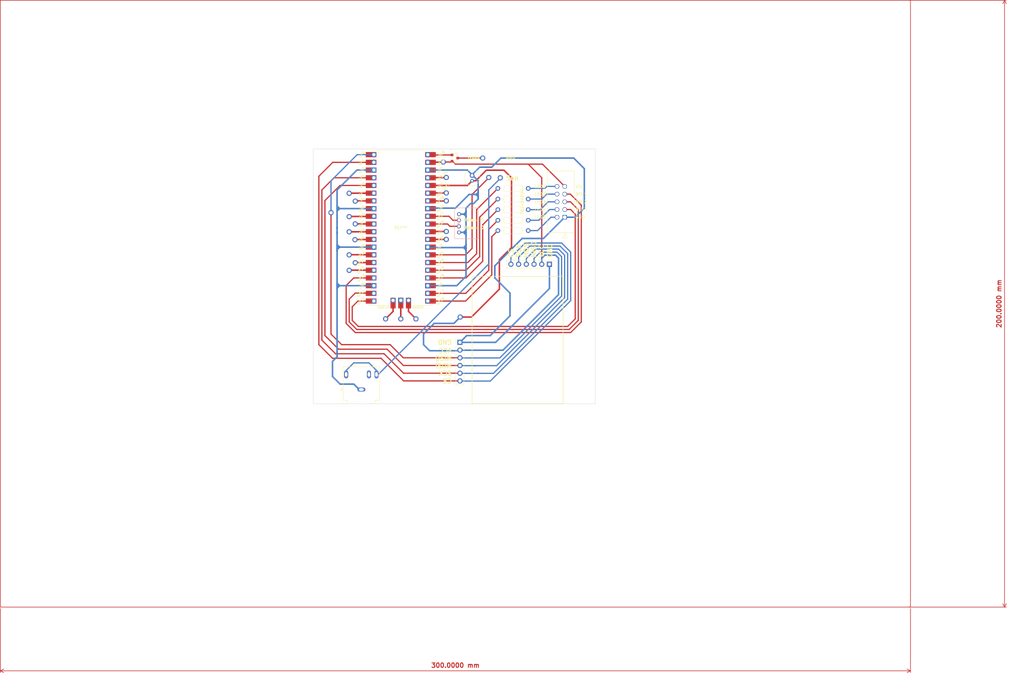
<source format=kicad_pcb>
(kicad_pcb (version 20240108) (generator "pcbnew") (generator_version "8.0")
  (layers (0 "F.Cu" signal) (31 "B.Cu" signal) (34 "B.Paste" user) (35 "F.Paste" user) (36 "B.SilkS" user "B.Silkscreen") (37 "F.SilkS" user "F.Silkscreen") (38 "B.Mask" user) (39 "F.Mask" user) (44 "Edge.Cuts" user))
  (net 0 "")
  (net 1 "GND")
  (net 2 "3V3")
  (net 3 "VCC")
  (footprint "" (layer "F.Cu") (at 315 163.6)
    (property "Reference" "")
    (property "Value" "")
  )
  (footprint "" (layer "F.Cu") (at 361 158.4)
    (property "Reference" "")
    (property "Value" "")
  )
  (footprint "Connector_PinHeader_2.54mm:PinHeader_1x06_P2.54mm_Vertical" (layer "F.Cu") (at 351.5 212.75)
    (property "Reference" "REF**" (hide yes))
    (property "Value" "PinHeader_1x06_P2.54mm_Vertical")
  )
  (footprint "MCU_RaspberryPi_and_Boards:Res" (layer "F.Cu") (at 370 172)
    (property "Reference" "REF**" (hide yes))
    (property "Value" "Res" (hide yes))
  )
  (footprint "" (layer "F.Cu") (at 315 183.9)
    (property "Reference" "")
    (property "Value" "")
  )
  (footprint "" (layer "F.Cu") (at 316.9 178.9)
    (property "Reference" "")
    (property "Value" "")
  )
  (footprint "Library_Perso:pad 1mm" (layer "F.Cu") (at 347 178.8)
    (property "Reference" "REF**" (hide yes))
    (property "Value" "pad 1mm" (hide yes))
  )
  (footprint "" (layer "F.Cu") (at 315 171.3)
    (property "Reference" "")
    (property "Value" "")
  )
  (footprint "" (layer "F.Cu") (at 337 205)
    (property "Reference" "")
    (property "Value" "")
  )
  (footprint "" (layer "F.Cu") (at 374 154)
    (property "Reference" "")
    (property "Value" "")
  )
  (footprint "" (layer "F.Cu") (at 309 170)
    (property "Reference" "")
    (property "Value" "")
  )
  (footprint "" (layer "F.Cu") (at 315 189)
    (property "Reference" "")
    (property "Value" "")
  )
  (footprint "" (layer "F.Cu") (at 347 166.1)
    (property "Reference" "")
    (property "Value" "")
  )
  (footprint "" (layer "F.Cu") (at 317 166.2)
    (property "Reference" "")
    (property "Value" "")
  )
  (footprint "Connector_PinHeader_2.54mm:PinHeader_1x06_P2.54mm_Vertical" (layer "F.Cu") (at 381 187 -90)
    (property "Reference" "REF**" (hide yes))
    (property "Value" "PinHeader_1x06_P2.54mm_Vertical")
  )
  (footprint "" (layer "F.Cu") (at 327 205)
    (property "Reference" "")
    (property "Value" "")
  )
  (footprint "Capacitor_THT:C_Radial_D5.0mm_H5.0mm_P2.00mm" (layer "F.Cu") (at 355.5 159.5 90)
    (property "Reference" "REF**" (hide yes))
    (property "Value" "C_Radial_D5.0mm_H5.0mm_P2.00mm")
  )
  (footprint "" (layer "F.Cu") (at 359 152)
    (property "Reference" "")
    (property "Value" "")
  )
  (footprint "" (layer "F.Cu") (at 332 205)
    (property "Reference" "")
    (property "Value" "")
  )
  (footprint "" (layer "F.Cu") (at 351.6 204.4)
    (property "Reference" "")
    (property "Value" "")
  )
  (footprint "MCU_RaspberryPi_and_Boards:Res" (layer "F.Cu") (at 370 182.5)
    (property "Reference" "REF**" (hide yes))
    (property "Value" "Res" (hide yes))
  )
  (footprint "" (layer "F.Cu") (at 317 173.7)
    (property "Reference" "")
    (property "Value" "")
  )
  (footprint "MCU_RaspberryPi_and_Boards:CON_702461004_MOL" (layer "F.Cu") (at 386.04 171.5 90)
    (property "Reference" "REF**" (hide yes))
    (property "Value" "CON_702461004_MOL" (hide yes))
  )
  (footprint "" (layer "F.Cu") (at 346 153.3)
    (property "Reference" "")
    (property "Value" "")
  )
  (footprint "" (layer "F.Cu") (at 315 176.3)
    (property "Reference" "")
    (property "Value" "")
  )
  (footprint "" (layer "F.Cu") (at 347 176.2)
    (property "Reference" "")
    (property "Value" "")
  )
  (footprint "MCU_RaspberryPi_and_Boards:CUI_SJ1-3524NG" (layer "F.Cu") (at 319 228.3 90)
    (property "Reference" "REF**" (hide yes))
    (property "Value" "CUI_SJ1-3524NG")
    (fp_line (start -4.5 -6) (end -4.5 -2) (stroke (width 0.01)) (layer "Edge.Cuts"))
    (fp_line (start -3.3 -2) (end -3.3 2) (stroke (width 0.01)) (layer "Edge.Cuts"))
    (fp_line (start -4.5 -2) (end -3.3 -2) (stroke (width 0.01)) (layer "Edge.Cuts"))
    (fp_line (start -3.3 2) (end -4.5 2) (stroke (width 0.01)) (layer "Edge.Cuts"))
    (fp_line (start -4.5 2) (end -4.5 6) (stroke (width 0.01)) (layer "Edge.Cuts"))
  )
  (footprint "" (layer "F.Cu") (at 347 158.4)
    (property "Reference" "")
    (property "Value" "")
  )
  (footprint "MCU_RaspberryPi_and_Boards:Res" (layer "F.Cu") (at 370 175.5)
    (property "Reference" "REF**" (hide yes))
    (property "Value" "Res" (hide yes))
  )
  (footprint "MCU_RaspberryPi_and_Boards:Res" (layer "F.Cu") (at 370 179)
    (property "Reference" "REF**" (hide yes))
    (property "Value" "Res" (hide yes))
  )
  (footprint "" (layer "F.Cu") (at 364.8 158.5)
    (property "Reference" "")
    (property "Value" "")
  )
  (footprint "MCU_RaspberryPi_and_Boards:SOT-23_DIO" (layer "F.Cu") (at 349.83 152 -90)
    (property "Reference" "REF**" (hide yes))
    (property "Value" "SOT-23_DIO")
  )
  (footprint "MCU_RaspberryPi_and_Boards:Res" (layer "F.Cu") (at 370 185.9)
    (property "Reference" "REF**" (hide yes))
    (property "Value" "Res" (hide yes))
  )
  (footprint "" (layer "F.Cu") (at 347 163.5)
    (property "Reference" "")
    (property "Value" "")
  )
  (footprint "" (layer "F.Cu") (at 317 186.5)
    (property "Reference" "")
    (property "Value" "")
  )
  (footprint "MCU_RaspberryPi_and_Boards:RPi_Pico_SMD_TH" (layer "F.Cu") (at 332 175)
    (property "Reference" "REF**")
    (property "Value" "RPi_Pico_SMD_TH")
  )
  (footprint "MCU_RaspberryPi_and_Boards:CONN_S4B-PH-K-S_JST" (layer "B.Cu") (at 351.2 170.5 -90)
    (property "Reference" "REF**")
    (property "Value" "CONN_S4B-PH-K-S_JST")
  )
  (gr_rect (start 200 100) (end 500 300) (stroke (width 0.2)) (fill none) (layer "F.Cu"))
  (gr_rect (start 355.5 191) (end 385.5 233) (stroke (width 0.2)) (fill none) (layer "F.SilkS"))
  (gr_rect (start 303.15 149) (end 396.15 233) (stroke (width 0.1)) (fill none) (layer "Edge.Cuts"))
  (gr_text "BTN1" (at 389.5 164.5 0) (layer "F.SilkS") (effects (font (size 1 1)) (justify left bottom)))
  (gr_text "SCK" (at 349 222 180) (layer "F.SilkS") (effects (font (size 1.5 1.5) (thickness 0.3) (bold yes)) (justify left bottom)))
  (gr_text "3xAAA" (at 353.5 152.5 0) (layer "F.SilkS") (effects (font (size 1 1) (thickness 0.2) (bold yes)) (justify left bottom)))
  (gr_text "Son" (at 366.5 159.5 0) (layer "F.SilkS") (effects (font (size 1.5 1.5) (thickness 0.3) (bold yes)) (justify left bottom)))
  (gr_text "MISO" (at 376.75 185 90) (layer "F.SilkS") (effects (font (size 1.5 1.5) (thickness 0.3) (bold yes)) (justify left bottom)))
  (gr_text "GND" (at 349 211.75 180) (layer "F.SilkS") (effects (font (size 1.5 1.5) (thickness 0.3) (bold yes)) (justify left bottom)))
  (gr_text "CS" (at 349 224.5 180) (layer "F.SilkS") (effects (font (size 1.5 1.5) (thickness 0.3) (bold yes)) (justify left bottom)))
  (gr_text "VCC" (at 389.5 162 0) (layer "F.SilkS") (effects (font (size 1 1)) (justify left bottom)))
  (gr_text "GND" (at 382 185 90) (layer "F.SilkS") (effects (font (size 1.5 1.5) (thickness 0.3) (bold yes)) (justify left bottom)))
  (gr_text "GND" (at 389.5 172 0) (layer "F.SilkS") (effects (font (size 1 1)) (justify left bottom)))
  (gr_text "LED1" (at 376 162 0) (layer "F.SilkS") (effects (font (size 1 1)) (justify left bottom)))
  (gr_text "LED5" (at 376 172 0) (layer "F.SilkS") (effects (font (size 1 1)) (justify left bottom)))
  (gr_text "LED4" (at 376 169.5 0) (layer "F.SilkS") (effects (font (size 1 1)) (justify left bottom)))
  (gr_text "VCC" (at 349 214.5 180) (layer "F.SilkS") (effects (font (size 1.5 1.5) (thickness 0.3) (bold yes)) (justify left bottom)))
  (gr_text "MOSI" (at 374.25 185 90) (layer "F.SilkS") (effects (font (size 1.5 1.5) (thickness 0.3) (bold yes)) (justify left bottom)))
  (gr_text "VCC" (at 379.25 185 90) (layer "F.SilkS") (effects (font (size 1.5 1.5) (thickness 0.3) (bold yes)) (justify left bottom)))
  (gr_text "MOSI" (at 349 219.5 180) (layer "F.SilkS") (effects (font (size 1.5 1.5) (thickness 0.3) (bold yes)) (justify left bottom)))
  (gr_text "LED2" (at 376 164.5 0) (layer "F.SilkS") (effects (font (size 1 1)) (justify left bottom)))
  (gr_text "BTN3" (at 389.5 169.5 0) (layer "F.SilkS") (effects (font (size 1 1)) (justify left bottom)))
  (gr_text "Moteur D" (at 352.5 175.5 0) (layer "F.SilkS") (effects (font (size 1 1) (thickness 0.2) (bold yes)) (justify left bottom)))
  (gr_text "CS" (at 369.25 185 90) (layer "F.SilkS") (effects (font (size 1.5 1.5) (thickness 0.3) (bold yes)) (justify left bottom)))
  (gr_text "LED3" (at 376 167 0) (layer "F.SilkS") (effects (font (size 1 1)) (justify left bottom)))
  (gr_text "BTN2" (at 389.5 167 0) (layer "F.SilkS") (effects (font (size 1 1)) (justify left bottom)))
  (gr_text "GND" (at 366.5 152.5 0) (layer "F.SilkS") (effects (font (size 1 1) (thickness 0.2) (bold yes)) (justify left bottom)))
  (gr_text "MISO" (at 349 217 180) (layer "F.SilkS") (effects (font (size 1.5 1.5) (thickness 0.3) (bold yes)) (justify left bottom)))
  (gr_text "Moteur G" (at 352.5 173 0) (layer "F.SilkS") (effects (font (size 1 1) (thickness 0.2) (bold yes)) (justify left bottom)))
  (gr_text "SCK" (at 371.75 185 90) (layer "F.SilkS") (effects (font (size 1.5 1.5) (thickness 0.3) (bold yes)) (justify left bottom)))
  (dimension (type aligned) (layer "F.Cu") (pts (xy 500 300) (xy 200 300)) (height -21) (gr_text "300.0000 mm" (at 350 319.2 0) (layer "F.Cu") (effects (font (size 1.5 1.5) (thickness 0.3)))) (format (prefix "") (suffix "") (units 3) (units_format 1) (precision 4)) (style (thickness 0.2) (arrow_length 1.27) (text_position_mode 0) (extension_height 0.58642) (extension_offset 0.5) keep_text_aligned))
  (dimension (type aligned) (layer "F.Cu") (pts (xy 499 100) (xy 499 300)) (height -32) (gr_text "200.0000 mm" (at 529.2 200 90) (layer "F.Cu") (effects (font (size 1.5 1.5) (thickness 0.3)))) (format (prefix "") (suffix "") (units 3) (units_format 1) (precision 4)) (style (thickness 0.2) (arrow_length 1.27) (text_position_mode 0) (extension_height 0.58642) (extension_offset 0.5) keep_text_aligned))
  (segment (start 340.89 199.13) (end 353.37 199.13) (width 0.4) (layer "F.Cu") (net 0))
  (segment (start 314 206.5) (end 314 194) (width 0.4) (layer "F.Cu") (net 0))
  (segment (start 319.5 163.6) (end 323.08 163.6) (width 0.5) (layer "F.Cu") (net 0))
  (segment (start 358 184.5) (end 358 171.5) (width 0.4) (layer "F.Cu") (net 0))
  (segment (start 347.43 173.73) (end 340.89 173.73) (width 0.4) (layer "F.Cu") (net 0))
  (segment (start 323.11 176.27) (end 323.08 176.3) (width 0.5) (layer "F.Cu") (net 0))
  (segment (start 310.01 158.49) (end 323.11 158.49) (width 0.4) (layer "F.Cu") (net 0))
  (segment (start 317.87 199.13) (end 323.11 199.13) (width 0.4) (layer "F.Cu") (net 0))
  (segment (start 332 198.9) (end 332 205) (width 0.5) (layer "F.Cu") (net 0))
  (segment (start 311.97 161.03) (end 323.11 161.03) (width 0.4) (layer "F.Cu") (net 0))
  (segment (start 346.95 158.45) (end 347 158.4) (width 0.5) (layer "F.Cu") (net 0))
  (segment (start 387.96 168.96) (end 389.5 170.5) (width 0.4) (layer "F.Cu") (net 0))
  (segment (start 323.09 188.95) (end 323.11 188.97) (width 0.5) (layer "F.Cu") (net 0))
  (segment (start 357 169) (end 364 162) (width 0.4) (layer "F.Cu") (net 0))
  (segment (start 327.5 215) (end 311.5 215) (width 0.4) (layer "F.Cu") (net 0))
  (segment (start 314 194) (end 316.49 191.51) (width 0.4) (layer "F.Cu") (net 0))
  (segment (start 340.89 196.59) (end 353.41 196.59) (width 0.4) (layer "F.Cu") (net 0))
  (segment (start 357 183.5) (end 357 169) (width 0.4) (layer "F.Cu") (net 0))
  (segment (start 387 207.5) (end 318 207.5) (width 0.4) (layer "F.Cu") (net 0))
  (segment (start 316.95 178.85) (end 316.9 178.9) (width 0.5) (layer "F.Cu") (net 0))
  (segment (start 362 190.5) (end 362 177.9) (width 0.4) (layer "F.Cu") (net 0))
  (segment (start 323.11 171.19) (end 323.05 171.25) (width 0.5) (layer "F.Cu") (net 0))
  (segment (start 312.5 213.5) (end 328.5 213.5) (width 0.4) (layer "F.Cu") (net 0))
  (segment (start 348.1951 174.4951) (end 347.43 173.73) (width 0.4) (layer "F.Cu") (net 0))
  (segment (start 315.05 183.85) (end 323.07 183.85) (width 0.5) (layer "F.Cu") (net 0))
  (segment (start 388 209.5) (end 317 209.5) (width 0.4) (layer "F.Cu") (net 0))
  (segment (start 353.49 191.51) (end 359 186) (width 0.4) (layer "F.Cu") (net 0))
  (segment (start 305 213.5) (end 305 158) (width 0.4) (layer "F.Cu") (net 0))
  (segment (start 317.5 208.5) (end 315 206) (width 0.4) (layer "F.Cu") (net 0))
  (segment (start 353.37 199.13) (end 362 190.5) (width 0.4) (layer "F.Cu") (net 0))
  (segment (start 340.89 191.51) (end 353.49 191.51) (width 0.4) (layer "F.Cu") (net 0))
  (segment (start 340.89 158.49) (end 340.93 158.45) (width 0.5) (layer "F.Cu") (net 0))
  (segment (start 323.08 163.6) (end 323.11 163.57) (width 0.5) (layer "F.Cu") (net 0))
  (segment (start 340.89 163.57) (end 340.96 163.5) (width 0.5) (layer "F.Cu") (net 0))
  (segment (start 315 189) (end 315.05 188.95) (width 0.5) (layer "F.Cu") (net 0))
  (segment (start 334.54 202.54) (end 337 205) (width 0.5) (layer "F.Cu") (net 0))
  (segment (start 315 206) (end 315 198.5) (width 0.4) (layer "F.Cu") (net 0))
  (segment (start 315 184) (end 315 183.9) (width 0.5) (layer "F.Cu") (net 0))
  (segment (start 309 210) (end 312.5 213.5) (width 0.4) (layer "F.Cu") (net 0))
  (segment (start 353.41 196.59) (end 361 189) (width 0.4) (layer "F.Cu") (net 0))
  (segment (start 323.09 186.45) (end 317.05 186.45) (width 0.5) (layer "F.Cu") (net 0))
  (segment (start 340.96 176.2) (end 346.81 176.2) (width 0.5) (layer "F.Cu") (net 0))
  (segment (start 390.5 169) (end 390.5 205.5) (width 0.4) (layer "F.Cu") (net 0))
  (segment (start 350.775 152) (end 359 152) (width 0.4) (layer "F.Cu") (net 0))
  (segment (start 310.5 216.5) (end 306 212) (width 0.4) (layer "F.Cu") (net 0))
  (segment (start 387.5 208.5) (end 317.5 208.5) (width 0.4) (layer "F.Cu") (net 0))
  (segment (start 340.89 176.27) (end 340.96 176.2) (width 0.5) (layer "F.Cu") (net 0))
  (segment (start 323.08 176.3) (end 315 176.3) (width 0.5) (layer "F.Cu") (net 0))
  (segment (start 351.5 222.91) (end 332.91 222.91) (width 0.4) (layer "F.Cu") (net 0))
  (segment (start 326.5 216.5) (end 310.5 216.5) (width 0.4) (layer "F.Cu") (net 0))
  (segment (start 309.5 218) (end 305 213.5) (width 0.4) (layer "F.Cu") (net 0))
  (segment (start 390.5 205.5) (end 387.5 208.5) (width 0.4) (layer "F.Cu") (net 0))
  (segment (start 311.5 215) (end 307 210.5) (width 0.4) (layer "F.Cu") (net 0))
  (segment (start 329.46 202.54) (end 329.46 198.9) (width 0.5) (layer "F.Cu") (net 0))
  (segment (start 307 166) (end 311.97 161.03) (width 0.4) (layer "F.Cu") (net 0))
  (segment (start 387.88 163.88) (end 391.5 167.5) (width 0.4) (layer "F.Cu") (net 0))
  (segment (start 306 212) (end 306 162.5) (width 0.4) (layer "F.Cu") (net 0))
  (segment (start 332.91 222.91) (end 326.5 216.5) (width 0.4) (layer "F.Cu") (net 0))
  (segment (start 323.11 163.57) (end 315.03 163.57) (width 0.5) (layer "F.Cu") (net 0))
  (segment (start 358 171.5) (end 364 165.5) (width 0.4) (layer "F.Cu") (net 0))
  (segment (start 332.83 217.83) (end 351.5 217.83) (width 0.4) (layer "F.Cu") (net 0))
  (segment (start 327 205) (end 329.46 202.54) (width 0.5) (layer "F.Cu") (net 0))
  (segment (start 306 162.5) (end 310.01 158.49) (width 0.4) (layer "F.Cu") (net 0))
  (segment (start 325.5 218) (end 309.5 218) (width 0.4) (layer "F.Cu") (net 0))
  (segment (start 315 183.9) (end 315.05 183.85) (width 0.5) (layer "F.Cu") (net 0))
  (segment (start 362 177.9) (end 364 175.9) (width 0.4) (layer "F.Cu") (net 0))
  (segment (start 389.5 205) (end 387 207.5) (width 0.4) (layer "F.Cu") (net 0))
  (segment (start 315.03 163.57) (end 315 163.6) (width 0.5) (layer "F.Cu") (net 0))
  (segment (start 359 174) (end 364 169) (width 0.4) (layer "F.Cu") (net 0))
  (segment (start 340.89 166.11) (end 340.93 166.15) (width 0.5) (layer "F.Cu") (net 0))
  (segment (start 307 210.5) (end 307 166) (width 0.4) (layer "F.Cu") (net 0))
  (segment (start 317 196.5) (end 323.02 196.5) (width 0.4) (layer "F.Cu") (net 0))
  (segment (start 340.995001 150.975001) (end 348.885001 150.975001) (width 0.4) (layer "F.Cu") (net 0))
  (segment (start 323.07 178.85) (end 316.95 178.85) (width 0.5) (layer "F.Cu") (net 0))
  (segment (start 315.05 188.95) (end 323.09 188.95) (width 0.5) (layer "F.Cu") (net 0))
  (segment (start 317.05 186.45) (end 317.1 186.4) (width 0.5) (layer "F.Cu") (net 0))
  (segment (start 315.05 171.25) (end 315 171.2) (width 0.5) (layer "F.Cu") (net 0))
  (segment (start 323.07 183.85) (end 323.11 183.89) (width 0.5) (layer "F.Cu") (net 0))
  (segment (start 349.195099 172.495099) (end 347.89 171.19) (width 0.4) (layer "F.Cu") (net 0))
  (segment (start 351.5 225.45) (end 332.95 225.45) (width 0.4) (layer "F.Cu") (net 0))
  (segment (start 391.5 167.5) (end 391.5 206) (width 0.4) (layer "F.Cu") (net 0))
  (segment (start 340.93 166.15) (end 346.81 166.15) (width 0.5) (layer "F.Cu") (net 0))
  (segment (start 353.53 188.97) (end 358 184.5) (width 0.4) (layer "F.Cu") (net 0))
  (segment (start 316 201) (end 317.87 199.13) (width 0.4) (layer "F.Cu") (net 0))
  (segment (start 340.96 163.5) (end 346.81 163.5) (width 0.5) (layer "F.Cu") (net 0))
  (segment (start 323.11 173.73) (end 323.08 173.7) (width 0.5) (layer "F.Cu") (net 0))
  (segment (start 323.11 186.43) (end 323.09 186.45) (width 0.5) (layer "F.Cu") (net 0))
  (segment (start 347.89 171.19) (end 340.89 171.19) (width 0.4) (layer "F.Cu") (net 0))
  (segment (start 351.5 220.37) (end 332.87 220.37) (width 0.4) (layer "F.Cu") (net 0))
  (segment (start 386.04 163.88) (end 387.88 163.88) (width 0.4) (layer "F.Cu") (net 0))
  (segment (start 323.05 171.25) (end 315.05 171.25) (width 0.5) (layer "F.Cu") (net 0))
  (segment (start 361 189) (end 361 175.5) (width 0.4) (layer "F.Cu") (net 0))
  (segment (start 318 207.5) (end 316 205.5) (width 0.4) (layer "F.Cu") (net 0))
  (segment (start 328.5 213.5) (end 332.83 217.83) (width 0.4) (layer "F.Cu") (net 0))
  (segment (start 332.87 220.37) (end 327.5 215) (width 0.4) (layer "F.Cu") (net 0))
  (segment (start 351.3826 172.495099) (end 349.195099 172.495099) (width 0.4) (layer "F.Cu") (net 0))
  (segment (start 340.89 186.43) (end 354.07 186.43) (width 0.4) (layer "F.Cu") (net 0))
  (segment (start 315 198.5) (end 317 196.5) (width 0.4) (layer "F.Cu") (net 0))
  (segment (start 387.92 166.42) (end 390.5 169) (width 0.4) (layer "F.Cu") (net 0))
  (segment (start 354.07 186.43) (end 357 183.5) (width 0.4) (layer "F.Cu") (net 0))
  (segment (start 359 186) (end 359 174) (width 0.4) (layer "F.Cu") (net 0))
  (segment (start 340.89 188.97) (end 353.53 188.97) (width 0.4) (layer "F.Cu") (net 0))
  (segment (start 389.5 170.5) (end 389.5 205) (width 0.4) (layer "F.Cu") (net 0))
  (segment (start 386.04 166.42) (end 387.92 166.42) (width 0.4) (layer "F.Cu") (net 0))
  (segment (start 316.49 191.51) (end 323.11 191.51) (width 0.4) (layer "F.Cu") (net 0))
  (segment (start 317 209.5) (end 314 206.5) (width 0.4) (layer "F.Cu") (net 0))
  (segment (start 361 175.5) (end 364 172.5) (width 0.4) (layer "F.Cu") (net 0))
  (segment (start 309.59 153.41) (end 323.11 153.41) (width 0.4) (layer "F.Cu") (net 0))
  (segment (start 309 170) (end 309 210) (width 0.4) (layer "F.Cu") (net 0))
  (segment (start 323.11 166.11) (end 317.09 166.11) (width 0.5) (layer "F.Cu") (net 0))
  (segment (start 340.9 178.8) (end 346.81 178.8) (width 0.5) (layer "F.Cu") (net 0))
  (segment (start 305 158) (end 309.59 153.41) (width 0.4) (layer "F.Cu") (net 0))
  (segment (start 334.54 198.9) (end 334.54 202.54) (width 0.5) (layer "F.Cu") (net 0))
  (segment (start 323.02 196.5) (end 323.11 196.59) (width 0.4) (layer "F.Cu") (net 0))
  (segment (start 340.93 158.45) (end 346.95 158.45) (width 0.5) (layer "F.Cu") (net 0))
  (segment (start 351.3826 174.4951) (end 348.1951 174.4951) (width 0.4) (layer "F.Cu") (net 0))
  (segment (start 323.08 173.7) (end 317 173.7) (width 0.5) (layer "F.Cu") (net 0))
  (segment (start 323.11 178.81) (end 323.07 178.85) (width 0.5) (layer "F.Cu") (net 0))
  (segment (start 391.5 206) (end 388 209.5) (width 0.4) (layer "F.Cu") (net 0))
  (segment (start 340.89 150.87) (end 340.995001 150.975001) (width 0.4) (layer "F.Cu") (net 0))
  (segment (start 317.09 166.11) (end 317 166.2) (width 0.5) (layer "F.Cu") (net 0))
  (segment (start 332.95 225.45) (end 325.5 218) (width 0.4) (layer "F.Cu") (net 0))
  (segment (start 316 205.5) (end 316 201) (width 0.4) (layer "F.Cu") (net 0))
  (segment (start 386.04 168.96) (end 387.96 168.96) (width 0.4) (layer "F.Cu") (net 0))
  (segment (start 340.89 178.81) (end 340.9 178.8) (width 0.5) (layer "F.Cu") (net 0))
  (segment (start 388 183) (end 388 199) (width 0.4) (layer "B.Cu") (net 0))
  (segment (start 387 198.5) (end 362.54 222.96) (width 0.4) (layer "B.Cu") (net 0))
  (segment (start 380.58 166.42) (end 378 169) (width 0.4) (layer "B.Cu") (net 0))
  (segment (start 378 183) (end 383.5 183) (width 0.4) (layer "B.Cu") (net 0))
  (segment (start 383.5 166.42) (end 380.58 166.42) (width 0.4) (layer "B.Cu") (net 0))
  (segment (start 379.5 162) (end 380.16 161.34) (width 0.4) (layer "B.Cu") (net 0))
  (segment (start 385 180) (end 388 183) (width 0.4) (layer "B.Cu") (net 0))
  (segment (start 368.3 184.7) (end 373 180) (width 0.4) (layer "B.Cu") (net 0))
  (segment (start 356.58 220.42) (end 356.5 220.42) (width 0.4) (layer "B.Cu") (net 0))
  (segment (start 356.5 220.42) (end 351.5 220.42) (width 0.4) (layer "B.Cu") (net 0))
  (segment (start 370.84 187) (end 370.84 184.66) (width 0.4) (layer "B.Cu") (net 0))
  (segment (start 361.5 225.5) (end 351.5 225.5) (width 0.4) (layer "B.Cu") (net 0))
  (segment (start 381.5 171.5) (end 377.1 175.9) (width 0.4) (layer "B.Cu") (net 0))
  (segment (start 309 159.5) (end 317.63 150.87) (width 0.4) (layer "B.Cu") (net 0))
  (segment (start 357.5 222.96) (end 351.5 222.96) (width 0.4) (layer "B.Cu") (net 0))
  (segment (start 364.62 217.88) (end 355.2 217.88) (width 0.4) (layer "B.Cu") (net 0))
  (segment (start 317.63 150.87) (end 323.11 150.87) (width 0.4) (layer "B.Cu") (net 0))
  (segment (start 381.04 168.96) (end 377.5 172.5) (width 0.4) (layer "B.Cu") (net 0))
  (segment (start 375.92 187) (end 375.92 185.08) (width 0.4) (layer "B.Cu") (net 0))
  (segment (start 385 184.5) (end 385 197.5) (width 0.4) (layer "B.Cu") (net 0))
  (segment (start 385 197.5) (end 364.62 217.88) (width 0.4) (layer "B.Cu") (net 0))
  (segment (start 373.38 187) (end 373.38 185.12) (width 0.4) (layer "B.Cu") (net 0))
  (segment (start 387 183.5) (end 387 198.5) (width 0.4) (layer "B.Cu") (net 0))
  (segment (start 351.5 217.88) (end 355.5 217.88) (width 0.4) (layer "B.Cu") (net 0))
  (segment (start 309 170) (end 309 159.5) (width 0.4) (layer "B.Cu") (net 0))
  (segment (start 364 175.9) (end 364 175.6) (width 0.4) (layer "B.Cu") (net 0))
  (segment (start 368.3 187) (end 368.3 184.7) (width 0.4) (layer "B.Cu") (net 0))
  (segment (start 380.12 163.88) (end 378.5 165.5) (width 0.4) (layer "B.Cu") (net 0))
  (segment (start 376.5 182) (end 384 182) (width 0.4) (layer "B.Cu") (net 0))
  (segment (start 383.5 183) (end 385 184.5) (width 0.4) (layer "B.Cu") (net 0))
  (segment (start 377.1 175.9) (end 374 175.9) (width 0.4) (layer "B.Cu") (net 0))
  (segment (start 357.54 222.96) (end 357.5 222.96) (width 0.4) (layer "B.Cu") (net 0))
  (segment (start 386 184) (end 386 198) (width 0.4) (layer "B.Cu") (net 0))
  (segment (start 383.5 168.96) (end 381.04 168.96) (width 0.4) (layer "B.Cu") (net 0))
  (segment (start 377.5 172.5) (end 374 172.5) (width 0.4) (layer "B.Cu") (net 0))
  (segment (start 373 180) (end 385 180) (width 0.4) (layer "B.Cu") (net 0))
  (segment (start 374.5 181) (end 384.5 181) (width 0.4) (layer "B.Cu") (net 0))
  (segment (start 370.84 184.66) (end 374.5 181) (width 0.4) (layer "B.Cu") (net 0))
  (segment (start 384.5 181) (end 387 183.5) (width 0.4) (layer "B.Cu") (net 0))
  (segment (start 375.92 185.08) (end 378 183) (width 0.4) (layer "B.Cu") (net 0))
  (segment (start 373.38 185.12) (end 376.5 182) (width 0.4) (layer "B.Cu") (net 0))
  (segment (start 378 169) (end 374 169) (width 0.4) (layer "B.Cu") (net 0))
  (segment (start 380.16 161.34) (end 383.5 161.34) (width 0.4) (layer "B.Cu") (net 0))
  (segment (start 363.58 220.42) (end 356.1 220.42) (width 0.4) (layer "B.Cu") (net 0))
  (segment (start 355.5 217.88) (end 355.62 217.88) (width 0.4) (layer "B.Cu") (net 0))
  (segment (start 386 198) (end 363.58 220.42) (width 0.4) (layer "B.Cu") (net 0))
  (segment (start 374 162) (end 379.5 162) (width 0.4) (layer "B.Cu") (net 0))
  (segment (start 383.5 163.88) (end 380.12 163.88) (width 0.4) (layer "B.Cu") (net 0))
  (segment (start 388 199) (end 361.5 225.5) (width 0.4) (layer "B.Cu") (net 0))
  (segment (start 383.5 171.5) (end 381.5 171.5) (width 0.4) (layer "B.Cu") (net 0))
  (segment (start 362.54 222.96) (end 357.5 222.96) (width 0.4) (layer "B.Cu") (net 0))
  (segment (start 378.5 165.5) (end 374 165.5) (width 0.4) (layer "B.Cu") (net 0))
  (segment (start 384 182) (end 386 184) (width 0.4) (layer "B.Cu") (net 0))
  (segment (start 311 193.2) (end 311 193.7) (width 0.5) (layer "B.Cu") (net 1))
  (segment (start 352.795101 170.5) (end 352.8 170.495101) (width 0.5) (layer "B.Cu") (net 1))
  (segment (start 311 182.2) (end 311 182.6) (width 0.5) (layer "B.Cu") (net 1))
  (segment (start 353.5 180.7) (end 353.5 180.6) (width 0.5) (layer "B.Cu") (net 1))
  (segment (start 311.4 168.65) (end 311.15 168.65) (width 0.5) (layer "B.Cu") (net 1))
  (segment (start 351.3826 170.495101) (end 351.204899 170.495101) (width 0.5) (layer "B.Cu") (net 1))
  (segment (start 311.15 168.65) (end 311 168.5) (width 0.5) (layer "B.Cu") (net 1))
  (segment (start 311 181.8) (end 311 182.6) (width 0.5) (layer "B.Cu") (net 1))
  (segment (start 354.5 164) (end 356.5 164) (width 0.5) (layer "B.Cu") (net 1))
  (segment (start 311 180.5) (end 311 180.9) (width 0.5) (layer "B.Cu") (net 1))
  (segment (start 365 152) (end 389 152) (width 0.5) (layer "B.Cu") (net 1))
  (segment (start 311 194.5) (end 311 194.9) (width 0.5) (layer "B.Cu") (net 1))
  (segment (start 311 194.45) (end 311.4 194.05) (width 0.5) (layer "B.Cu") (net 1))
  (segment (start 361.5 210.5) (end 353.75 210.5) (width 0.5) (layer "B.Cu") (net 1))
  (segment (start 352.704901 176.495099) (end 353.5 175.7) (width 0.5) (layer "B.Cu") (net 1))
  (segment (start 372 178.5) (end 363 187.5) (width 0.5) (layer "B.Cu") (net 1))
  (segment (start 311 181.8) (end 311 181.75) (width 0.5) (layer "B.Cu") (net 1))
  (segment (start 363.25 212.75) (end 351.5 212.75) (width 0.5) (layer "B.Cu") (net 1))
  (segment (start 353.5 169.6) (end 353.5 169.795101) (width 0.5) (layer "B.Cu") (net 1))
  (segment (start 311 162.5) (end 311 168.5) (width 0.5) (layer "B.Cu") (net 1))
  (segment (start 352.8 170.495101) (end 353.395101 170.495101) (width 0.5) (layer "B.Cu") (net 1))
  (segment (start 311.85 181.35) (end 311 180.5) (width 0.5) (layer "B.Cu") (net 1))
  (segment (start 311 182.6) (end 311 193.2) (width 0.5) (layer "B.Cu") (net 1))
  (segment (start 353.15 181.5) (end 353.4 181.5) (width 0.5) (layer "B.Cu") (net 1))
  (segment (start 357.5 164.5) (end 357.5 164) (width 0.5) (layer "B.Cu") (net 1))
  (segment (start 356 167) (end 357.5 165.5) (width 0.5) (layer "B.Cu") (net 1))
  (segment (start 311.05 193.7) (end 311.4 194.05) (width 0.5) (layer "B.Cu") (net 1))
  (segment (start 311.8 194.05) (end 311.4 194.05) (width 0.5) (layer "B.Cu") (net 1))
  (segment (start 362 155) (end 358 155) (width 0.5) (layer "B.Cu") (net 1))
  (segment (start 352.6 176.495099) (end 353.495099 176.495099) (width 0.5) (layer "B.Cu") (net 1))
  (segment (start 351.2 176.499998) (end 352.700002 176.499998) (width 0.25) (layer "B.Cu") (net 1))
  (segment (start 352.8 170.5) (end 353.5 171.2) (width 0.5) (layer "B.Cu") (net 1))
  (segment (start 311 171.1) (end 311 172) (width 0.5) (layer "B.Cu") (net 1))
  (segment (start 353.5 181.8) (end 353.5 181.25) (width 0.5) (layer "B.Cu") (net 1))
  (segment (start 311 194.9) (end 311 216) (width 0.5) (layer "B.Cu") (net 1))
  (segment (start 352.7 181.5) (end 353.15 181.5) (width 0.5) (layer "B.Cu") (net 1))
  (segment (start 356.5 164) (end 357 164) (width 0.5) (layer "B.Cu") (net 1))
  (segment (start 357.5 163) (end 357.5 159.5) (width 0.5) (layer "B.Cu") (net 1))
  (segment (start 353.395101 170.495101) (end 353.5 170.6) (width 0.25) (layer "B.Cu") (net 1))
  (segment (start 357.5 164.5) (end 357.5 164.4) (width 0.5) (layer "B.Cu") (net 1))
  (segment (start 357 164) (end 357.5 164) (width 0.5) (layer "B.Cu") (net 1))
  (segment (start 352.6 176.495099) (end 352.704901 176.495099) (width 0.5) (layer "B.Cu") (net 1))
  (segment (start 340.89 181.35) (end 341.04 181.5) (width 0.5) (layer "B.Cu") (net 1))
  (segment (start 352.700002 176.499998) (end 352.704901 176.495099) (width 0.25) (layer "B.Cu") (net 1))
  (segment (start 353.5 175.7) (end 353.5 171.2) (width 0.5) (layer "B.Cu") (net 1))
  (segment (start 341.04 181.5) (end 352.7 181.5) (width 0.5) (layer "B.Cu") (net 1))
  (segment (start 357 164) (end 357.1 164) (width 0.5) (layer "B.Cu") (net 1))
  (segment (start 353.5 191) (end 353.5 182.5) (width 0.5) (layer "B.Cu") (net 1))
  (segment (start 312.1 181.35) (end 311.4 181.35) (width 0.5) (layer "B.Cu") (net 1))
  (segment (start 353.5 182.5) (end 353.5 181.8) (width 0.5) (layer "B.Cu") (net 1))
  (segment (start 313.5 168.65) (end 313.35 168.65) (width 0.5) (layer "B.Cu") (net 1))
  (segment (start 357.5 163) (end 357.5 163.3) (width 0.5) (layer "B.Cu") (net 1))
  (segment (start 392.5 168.5) (end 389.5 171.5) (width 0.5) (layer "B.Cu") (net 1))
  (segment (start 353.05 181.5) (end 353.225 181.5) (width 0.5) (layer "B.Cu") (net 1))
  (segment (start 311 168.5) (end 311 169) (width 0.5) (layer "B.Cu") (net 1))
  (segment (start 352.7 181.5) (end 353.5 182.3) (width 0.5) (layer "B.Cu") (net 1))
  (segment (start 311.85 181.35) (end 311 182.2) (width 0.5) (layer "B.Cu") (net 1))
  (segment (start 368 196.5) (end 368 204) (width 0.5) (layer "B.Cu") (net 1))
  (segment (start 353.5 181.775) (end 353.5 181.8) (width 0.5) (layer "B.Cu") (net 1))
  (segment (start 352.704901 176.495099) (end 352.704901 176.504901) (width 0.5) (layer "B.Cu") (net 1))
  (segment (start 317.55 155.95) (end 311 162.5) (width 0.5) (layer "B.Cu") (net 1))
  (segment (start 381 187) (end 381 195) (width 0.5) (layer "B.Cu") (net 1))
  (segment (start 316.5 226.5) (end 318.5 228.5) (width 0.5) (layer "B.Cu") (net 1))
  (segment (start 357.5 159.5) (end 355.5 157.5) (width 0.5) (layer "B.Cu") (net 1))
  (segment (start 340.89 168.65) (end 341.04 168.5) (width 0.5) (layer "B.Cu") (net 1))
  (segment (start 379.04 178.5) (end 372 178.5) (width 0.5) (layer "B.Cu") (net 1))
  (segment (start 368 204) (end 361.5 210.5) (width 0.5) (layer "B.Cu") (net 1))
  (segment (start 353.5 181.25) (end 353.5 180.6) (width 0.5) (layer "B.Cu") (net 1))
  (segment (start 365 152) (end 362 155) (width 0.5) (layer "B.Cu") (net 1))
  (segment (start 313.35 168.65) (end 311.85 168.65) (width 0.5) (layer "B.Cu") (net 1))
  (segment (start 311 181.5) (end 311 181.8) (width 0.5) (layer "B.Cu") (net 1))
  (segment (start 389.5 171.5) (end 386.04 171.5) (width 0.5) (layer "B.Cu") (net 1))
  (segment (start 323.11 181.35) (end 312.1 181.35) (width 0.5) (layer "B.Cu") (net 1))
  (segment (start 311.85 168.65) (end 311 167.8) (width 0.5) (layer "B.Cu") (net 1))
  (segment (start 353.5 176.5) (end 353.5 175.7) (width 0.5) (layer "B.Cu") (net 1))
  (segment (start 353.95 155.95) (end 355.5 157.5) (width 0.5) (layer "B.Cu") (net 1))
  (segment (start 311.4 194.05) (end 311.05 194.05) (width 0.5) (layer "B.Cu") (net 1))
  (segment (start 363 191.5) (end 368 196.5) (width 0.5) (layer "B.Cu") (net 1))
  (segment (start 311 193.7) (end 311 194) (width 0.5) (layer "B.Cu") (net 1))
  (segment (start 340.89 194.05) (end 350.45 194.05) (width 0.5) (layer "B.Cu") (net 1))
  (segment (start 353.75 210.5) (end 351.5 212.75) (width 0.5) (layer "B.Cu") (net 1))
  (segment (start 353.5 182.3) (end 353.5 182.5) (width 0.5) (layer "B.Cu") (net 1))
  (segment (start 311 180.9) (end 311 180.95) (width 0.5) (layer "B.Cu") (net 1))
  (segment (start 381 195) (end 363.25 212.75) (width 0.5) (layer "B.Cu") (net 1))
  (segment (start 311.05 194.05) (end 311 194) (width 0.5) (layer "B.Cu") (net 1))
  (segment (start 311 217.5) (end 309.5 219) (width 0.5) (layer "B.Cu") (net 1))
  (segment (start 352.8 170.495101) (end 352.8 170.5) (width 0.5) (layer "B.Cu") (net 1))
  (segment (start 311 173) (end 311 175.1) (width 0.5) (layer "B.Cu") (net 1))
  (segment (start 340.89 155.95) (end 353.95 155.95) (width 0.5) (layer "B.Cu") (net 1))
  (segment (start 353.5 171.2) (end 353.5 170.6) (width 0.5) (layer "B.Cu") (net 1))
  (segment (start 357.5 163.3) (end 357.5 164) (width 0.5) (layer "B.Cu") (net 1))
  (segment (start 389 152) (end 392.5 155.5) (width 0.5) (layer "B.Cu") (net 1))
  (segment (start 355 167) (end 356 167) (width 0.5) (layer "B.Cu") (net 1))
  (segment (start 318.5 228.5) (end 319 228.5) (width 0.5) (layer "B.Cu") (net 1))
  (segment (start 311 194) (end 311 194.5) (width 0.5) (layer "B.Cu") (net 1))
  (segment (start 351.204899 170.495101) (end 351.2 170.5) (width 0.5) (layer "B.Cu") (net 1))
  (segment (start 350 168.5) (end 354.5 164) (width 0.5) (layer "B.Cu") (net 1))
  (segment (start 311.4 181.35) (end 311.15 181.35) (width 0.5) (layer "B.Cu") (net 1))
  (segment (start 356.8 164) (end 356.5 164) (width 0.5) (layer "B.Cu") (net 1))
  (segment (start 357.5 163.3) (end 356.8 164) (width 0.5) (layer "B.Cu") (net 1))
  (segment (start 357.5 165.5) (end 357.5 164.5) (width 0.5) (layer "B.Cu") (net 1))
  (segment (start 309.5 219) (end 309.5 224) (width 0.5) (layer "B.Cu") (net 1))
  (segment (start 353.5 169.795101) (end 352.8 170.495101) (width 0.5) (layer "B.Cu") (net 1))
  (segment (start 357.5 163) (end 357.5 161.5) (width 0.5) (layer "B.Cu") (net 1))
  (segment (start 351.3826 176.495099) (end 352.6 176.495099) (width 0.5) (layer "B.Cu") (net 1))
  (segment (start 363 187.5) (end 363 191.5) (width 0.5) (layer "B.Cu") (net 1))
  (segment (start 311 180.9) (end 311 181.5) (width 0.5) (layer "B.Cu") (net 1))
  (segment (start 350.45 194.05) (end 353.5 191) (width 0.5) (layer "B.Cu") (net 1))
  (segment (start 358 155) (end 355.5 157.5) (width 0.5) (layer "B.Cu") (net 1))
  (segment (start 311 176.9) (end 311 180.5) (width 0.5) (layer "B.Cu") (net 1))
  (segment (start 311 175.2) (end 311 175.1) (width 0.5) (layer "B.Cu") (net 1))
  (segment (start 352.7 181.5) (end 353.5 180.7) (width 0.5) (layer "B.Cu") (net 1))
  (segment (start 311 172) (end 311 173) (width 0.5) (layer "B.Cu") (net 1))
  (segment (start 353.495099 176.495099) (end 353.5 176.5) (width 0.25) (layer "B.Cu") (net 1))
  (segment (start 311.8 194) (end 311 193.2) (width 0.5) (layer "B.Cu") (net 1))
  (segment (start 341.04 168.5) (end 350 168.5) (width 0.5) (layer "B.Cu") (net 1))
  (segment (start 353.5 168.5) (end 355 167) (width 0.5) (layer "B.Cu") (net 1))
  (segment (start 353.5 170.6) (end 353.5 169.6) (width 0.5) (layer "B.Cu") (net 1))
  (segment (start 392.5 155.5) (end 392.5 168.5) (width 0.5) (layer "B.Cu") (net 1))
  (segment (start 309.5 224) (end 312 226.5) (width 0.5) (layer "B.Cu") (net 1))
  (segment (start 386.04 171.5) (end 379.04 178.5) (width 0.5) (layer "B.Cu") (net 1))
  (segment (start 351.2 170.5) (end 352.795101 170.5) (width 0.5) (layer "B.Cu") (net 1))
  (segment (start 353.5 177.3) (end 353.5 176.5) (width 0.5) (layer "B.Cu") (net 1))
  (segment (start 312 226.5) (end 316.5 226.5) (width 0.5) (layer "B.Cu") (net 1))
  (segment (start 357.5 164.7) (end 357.5 165.5) (width 0.5) (layer "B.Cu") (net 1))
  (segment (start 311 169) (end 311 169.5) (width 0.5) (layer "B.Cu") (net 1))
  (segment (start 311 176.3) (end 311 176.9) (width 0.5) (layer "B.Cu") (net 1))
  (segment (start 311 169.5) (end 311 171.1) (width 0.5) (layer "B.Cu") (net 1))
  (segment (start 311 216) (end 311 217.5) (width 0.5) (layer "B.Cu") (net 1))
  (segment (start 323.11 194.05) (end 311.85 194.05) (width 0.5) (layer "B.Cu") (net 1))
  (segment (start 311.85 168.65) (end 311 169.5) (width 0.5) (layer "B.Cu") (net 1))
  (segment (start 323.11 155.95) (end 317.55 155.95) (width 0.5) (layer "B.Cu") (net 1))
  (segment (start 353.15 181.5) (end 353.225 181.5) (width 0.5) (layer "B.Cu") (net 1))
  (segment (start 353.4 181.5) (end 353.5 181.6) (width 0.5) (layer "B.Cu") (net 1))
  (segment (start 353.5 180.6) (end 353.5 177.3) (width 0.5) (layer "B.Cu") (net 1))
  (segment (start 311 174.7) (end 311 176.9) (width 0.5) (layer "B.Cu") (net 1))
  (segment (start 356.8 164) (end 357.5 164.7) (width 0.5) (layer "B.Cu") (net 1))
  (segment (start 352.704901 176.504901) (end 353.5 177.3) (width 0.5) (layer "B.Cu") (net 1))
  (segment (start 311.85 194.05) (end 311.8 194.1) (width 0.5) (layer "B.Cu") (net 1))
  (segment (start 311.8 194.1) (end 311 194.9) (width 0.5) (layer "B.Cu") (net 1))
  (segment (start 323.11 168.65) (end 313.5 168.65) (width 0.5) (layer "B.Cu") (net 1))
  (segment (start 353.5 169.795101) (end 353.5 168.5) (width 0.5) (layer "B.Cu") (net 1))
  (segment (start 355.5 181.78) (end 353.39 183.89) (width 0.4) (layer "F.Cu") (net 2))
  (segment (start 355.5 164) (end 355.5 181.78) (width 0.4) (layer "F.Cu") (net 2))
  (segment (start 361 158.5) (end 355.5 164) (width 0.4) (layer "F.Cu") (net 2))
  (segment (start 353.39 183.89) (end 340.89 183.89) (width 0.4) (layer "F.Cu") (net 2))
  (segment (start 361 162.5) (end 361 186.9) (width 0.4) (layer "B.Cu") (net 2))
  (segment (start 321.5 219.5) (end 316.5 219.5) (width 0.4) (layer "B.Cu") (net 2))
  (segment (start 324 223.1) (end 324 222) (width 0.4) (layer "B.Cu") (net 2))
  (segment (start 365 158.5) (end 361 162.5) (width 0.4) (layer "B.Cu") (net 2))
  (segment (start 361 186.9) (end 324.8 223.1) (width 0.4) (layer "B.Cu") (net 2))
  (segment (start 314 222) (end 314 223.5) (width 0.4) (layer "B.Cu") (net 2))
  (segment (start 324 222) (end 321.5 219.5) (width 0.4) (layer "B.Cu") (net 2))
  (segment (start 324.8 223.1) (end 324 223.1) (width 0.4) (layer "B.Cu") (net 2))
  (segment (start 316.5 219.5) (end 314 222) (width 0.4) (layer "B.Cu") (net 2))
  (segment (start 340.89 161.03) (end 353 161.03) (width 0.5) (layer "F.Cu") (net 3))
  (segment (start 348.885001 153.024999) (end 349.024999 153.024999) (width 0.4) (layer "F.Cu") (net 3))
  (segment (start 340.95 153.35) (end 345.95 153.35) (width 0.5) (layer "F.Cu") (net 3))
  (segment (start 378.7 154) (end 386.04 161.34) (width 0.4) (layer "F.Cu") (net 3))
  (segment (start 355.5 159.5) (end 356.7 159.5) (width 0.5) (layer "F.Cu") (net 3))
  (segment (start 368.5 158.5) (end 368.5 181.5) (width 0.5) (layer "F.Cu") (net 3))
  (segment (start 354.5 160.5) (end 355.5 159.5) (width 0.5) (layer "F.Cu") (net 3))
  (segment (start 368.5 181.5) (end 364.5 185.5) (width 0.5) (layer "F.Cu") (net 3))
  (segment (start 364.5 185.5) (end 364.5 195.2) (width 0.5) (layer "F.Cu") (net 3))
  (segment (start 356.7 159.5) (end 360.2 156) (width 0.5) (layer "F.Cu") (net 3))
  (segment (start 348.61 153.3) (end 348.885001 153.024999) (width 0.25) (layer "F.Cu") (net 3))
  (segment (start 374 154) (end 350 154) (width 0.4) (layer "F.Cu") (net 3))
  (segment (start 378.46 158.46) (end 374 154) (width 0.4) (layer "F.Cu") (net 3))
  (segment (start 340.89 153.41) (end 340.95 153.35) (width 0.5) (layer "F.Cu") (net 3))
  (segment (start 378.7 154) (end 374 154) (width 0.4) (layer "F.Cu") (net 3))
  (segment (start 355.3 204.4) (end 351.6 204.4) (width 0.5) (layer "F.Cu") (net 3))
  (segment (start 364.5 195.2) (end 355.3 204.4) (width 0.5) (layer "F.Cu") (net 3))
  (segment (start 353.97 161.03) (end 354.5 160.5) (width 0.5) (layer "F.Cu") (net 3))
  (segment (start 349.024999 153.024999) (end 350 154) (width 0.4) (layer "F.Cu") (net 3))
  (segment (start 378.46 187) (end 378.46 158.46) (width 0.4) (layer "F.Cu") (net 3))
  (segment (start 353 161.03) (end 353.97 161.03) (width 0.5) (layer "F.Cu") (net 3))
  (segment (start 346 153.3) (end 348.61 153.3) (width 0.4) (layer "F.Cu") (net 3))
  (segment (start 366 156) (end 368.5 158.5) (width 0.5) (layer "F.Cu") (net 3))
  (segment (start 360.2 156) (end 366 156) (width 0.5) (layer "F.Cu") (net 3))
  (segment (start 383 184) (end 384 185) (width 0.5) (layer "B.Cu") (net 3))
  (segment (start 351.29 215.5) (end 351.5 215.29) (width 0.5) (layer "B.Cu") (net 3))
  (segment (start 339.5 210) (end 339.5 213.5) (width 0.5) (layer "B.Cu") (net 3))
  (segment (start 365.66 215.34) (end 351.5 215.34) (width 0.5) (layer "B.Cu") (net 3))
  (segment (start 343 206.5) (end 339.5 210) (width 0.5) (layer "B.Cu") (net 3))
  (segment (start 351.6 204.4) (end 349.5 206.5) (width 0.5) (layer "B.Cu") (net 3))
  (segment (start 349.5 206.5) (end 343 206.5) (width 0.5) (layer "B.Cu") (net 3))
  (segment (start 341.5 215.5) (end 351.29 215.5) (width 0.5) (layer "B.Cu") (net 3))
  (segment (start 378.46 185.04) (end 379.5 184) (width 0.5) (layer "B.Cu") (net 3))
  (segment (start 384 185) (end 384 197) (width 0.5) (layer "B.Cu") (net 3))
  (segment (start 339.5 213.5) (end 341.5 215.5) (width 0.5) (layer "B.Cu") (net 3))
  (segment (start 379.5 184) (end 383 184) (width 0.5) (layer "B.Cu") (net 3))
  (segment (start 384 197) (end 365.66 215.34) (width 0.5) (layer "B.Cu") (net 3))
  (segment (start 378.46 187) (end 378.46 185.04) (width 0.5) (layer "B.Cu") (net 3))
)
</source>
